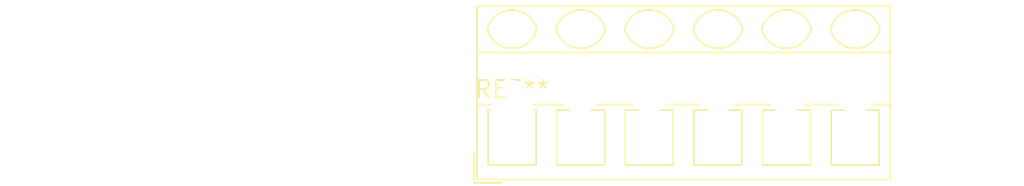
<source format=kicad_pcb>
(kicad_pcb (version 20240108) (generator pcbnew)
  (layers (0 "F.Cu" signal) (31 "B.Cu" signal) (34 "B.Paste" user) (35 "F.Paste" user) (36 "B.SilkS" user "B.Silkscreen") (37 "F.SilkS" user "F.Silkscreen") (38 "B.Mask" user) (39 "F.Mask" user) (44 "Edge.Cuts" user))
  (net 0 "")
  (footprint "TerminalBlock_MetzConnect_Type205_RT04506UBLC_1x06_P5.00mm_45Degree" (layer "F.Cu") (at 0 0)
    (property "Reference" "REF**")
    (property "Value" "TerminalBlock_MetzConnect_Type205_RT04506UBLC_1x06_P5.00mm_45Degree")
    (fp_line (start -2.8 4.56) (end -2.8 6.8) (layer "F.SilkS") (stroke (width 0.12)))
    (fp_line (start -2.8 6.8) (end -0.8 6.8) (layer "F.SilkS") (stroke (width 0.12)))
    (fp_line (start -2.56 -6.06) (end -2.56 6.56) (layer "F.SilkS") (stroke (width 0.12)))
    (fp_line (start -2.56 -6.06) (end 27.56 -6.06) (layer "F.SilkS") (stroke (width 0.12)))
    (fp_line (start -2.56 -2.7) (end 27.56 -2.7) (layer "F.SilkS") (stroke (width 0.12)))
    (fp_line (start -2.56 1.1) (end -1.59 1.1) (layer "F.SilkS") (stroke (width 0.12)))
    (fp_line (start -2.56 6.56) (end 27.56 6.56) (layer "F.SilkS") (stroke (width 0.12)))
    (fp_line (start -1.75 1.5) (end -1.75 5.5) (layer "F.SilkS") (stroke (width 0.12)))
    (fp_line (start -1.75 1.5) (end -1.59 1.5) (layer "F.SilkS") (stroke (width 0.12)))
    (fp_line (start -1.75 5.5) (end 1.75 5.5) (layer "F.SilkS") (stroke (width 0.12)))
    (fp_line (start 1.59 1.1) (end 3.744 1.1) (layer "F.SilkS") (stroke (width 0.12)))
    (fp_line (start 1.59 1.5) (end 1.75 1.5) (layer "F.SilkS") (stroke (width 0.12)))
    (fp_line (start 1.75 1.5) (end 1.75 5.5) (layer "F.SilkS") (stroke (width 0.12)))
    (fp_line (start 3.25 1.5) (end 3.25 5.5) (layer "F.SilkS") (stroke (width 0.12)))
    (fp_line (start 3.25 1.5) (end 4.216 1.5) (layer "F.SilkS") (stroke (width 0.12)))
    (fp_line (start 3.25 5.5) (end 6.75 5.5) (layer "F.SilkS") (stroke (width 0.12)))
    (fp_line (start 5.785 1.5) (end 6.75 1.5) (layer "F.SilkS") (stroke (width 0.12)))
    (fp_line (start 6.257 1.1) (end 8.744 1.1) (layer "F.SilkS") (stroke (width 0.12)))
    (fp_line (start 6.75 1.5) (end 6.75 5.5) (layer "F.SilkS") (stroke (width 0.12)))
    (fp_line (start 8.25 1.5) (end 8.25 5.5) (layer "F.SilkS") (stroke (width 0.12)))
    (fp_line (start 8.25 1.5) (end 9.216 1.5) (layer "F.SilkS") (stroke (width 0.12)))
    (fp_line (start 8.25 5.5) (end 11.75 5.5) (layer "F.SilkS") (stroke (width 0.12)))
    (fp_line (start 10.785 1.5) (end 11.75 1.5) (layer "F.SilkS") (stroke (width 0.12)))
    (fp_line (start 11.257 1.1) (end 13.744 1.1) (layer "F.SilkS") (stroke (width 0.12)))
    (fp_line (start 11.75 1.5) (end 11.75 5.5) (layer "F.SilkS") (stroke (width 0.12)))
    (fp_line (start 13.25 1.5) (end 13.25 5.5) (layer "F.SilkS") (stroke (width 0.12)))
    (fp_line (start 13.25 1.5) (end 14.216 1.5) (layer "F.SilkS") (stroke (width 0.12)))
    (fp_line (start 13.25 5.5) (end 16.75 5.5) (layer "F.SilkS") (stroke (width 0.12)))
    (fp_line (start 15.785 1.5) (end 16.75 1.5) (layer "F.SilkS") (stroke (width 0.12)))
    (fp_line (start 16.257 1.1) (end 18.744 1.1) (layer "F.SilkS") (stroke (width 0.12)))
    (fp_line (start 16.75 1.5) (end 16.75 5.5) (layer "F.SilkS") (stroke (width 0.12)))
    (fp_line (start 18.25 1.5) (end 18.25 5.5) (layer "F.SilkS") (stroke (width 0.12)))
    (fp_line (start 18.25 1.5) (end 19.216 1.5) (layer "F.SilkS") (stroke (width 0.12)))
    (fp_line (start 18.25 5.5) (end 21.75 5.5) (layer "F.SilkS") (stroke (width 0.12)))
    (fp_line (start 20.785 1.5) (end 21.75 1.5) (layer "F.SilkS") (stroke (width 0.12)))
    (fp_line (start 21.257 1.1) (end 23.744 1.1) (layer "F.SilkS") (stroke (width 0.12)))
    (fp_line (start 21.75 1.5) (end 21.75 5.5) (layer "F.SilkS") (stroke (width 0.12)))
    (fp_line (start 23.25 1.5) (end 23.25 5.5) (layer "F.SilkS") (stroke (width 0.12)))
    (fp_line (start 23.25 1.5) (end 24.216 1.5) (layer "F.SilkS") (stroke (width 0.12)))
    (fp_line (start 23.25 5.5) (end 26.75 5.5) (layer "F.SilkS") (stroke (width 0.12)))
    (fp_line (start 25.785 1.5) (end 26.75 1.5) (layer "F.SilkS") (stroke (width 0.12)))
    (fp_line (start 26.257 1.1) (end 27.56 1.1) (layer "F.SilkS") (stroke (width 0.12)))
    (fp_line (start 26.75 1.5) (end 26.75 5.5) (layer "F.SilkS") (stroke (width 0.12)))
    (fp_line (start 27.56 -6.06) (end 27.56 6.56) (layer "F.SilkS") (stroke (width 0.12)))
    (fp_arc (start -1.800846 -4.400605) (mid 0.000312 -5.801077) (end 1.801 -4.4) (layer "F.SilkS") (stroke (width 0.12)))
    (fp_arc (start 1.8 -4.4) (mid -0.000903 -3.000646) (end -1.800445 -4.401751) (layer "F.SilkS") (stroke (width 0.12)))
    (fp_arc (start 3.199154 -4.400605) (mid 5.000312 -5.801077) (end 6.801 -4.4) (layer "F.SilkS") (stroke (width 0.12)))
    (fp_arc (start 6.8 -4.4) (mid 4.999097 -3.000646) (end 3.199555 -4.401751) (layer "F.SilkS") (stroke (width 0.12)))
    (fp_arc (start 8.199154 -4.400605) (mid 10.000312 -5.801077) (end 11.801 -4.4) (layer "F.SilkS") (stroke (width 0.12)))
    (fp_arc (start 11.8 -4.4) (mid 9.999097 -3.000646) (end 8.199555 -4.401751) (layer "F.SilkS") (stroke (width 0.12)))
    (fp_arc (start 13.199154 -4.400605) (mid 15.000312 -5.801077) (end 16.801 -4.4) (layer "F.SilkS") (stroke (width 0.12)))
    (fp_arc (start 16.8 -4.4) (mid 14.999097 -3.000646) (end 13.199555 -4.401751) (layer "F.SilkS") (stroke (width 0.12)))
    (fp_arc (start 18.199154 -4.400605) (mid 20.000312 -5.801077) (end 21.801 -4.4) (layer "F.SilkS") (stroke (width 0.12)))
    (fp_arc (start 21.8 -4.4) (mid 19.999097 -3.000646) (end 18.199555 -4.401751) (layer "F.SilkS") (stroke (width 0.12)))
    (fp_arc (start 23.199154 -4.400605) (mid 25.000312 -5.801077) (end 26.801 -4.4) (layer "F.SilkS") (stroke (width 0.12)))
    (fp_arc (start 26.8 -4.4) (mid 24.999097 -3.000646) (end 23.199555 -4.401751) (layer "F.SilkS") (stroke (width 0.12)))
    (pad "1" thru_hole rect (at 0 0) (size 2.7 2.7) (drill 1.4) (layers *.Cu *.Mask) (remove_unused_layers))
    (pad "2" thru_hole circle (at 5 0) (size 2.7 2.7) (drill 1.4) (layers *.Cu *.Mask) (remove_unused_layers))
    (pad "3" thru_hole circle (at 10 0) (size 2.7 2.7) (drill 1.4) (layers *.Cu *.Mask) (remove_unused_layers))
    (pad "4" thru_hole circle (at 15 0) (size 2.7 2.7) (drill 1.4) (layers *.Cu *.Mask) (remove_unused_layers))
    (pad "5" thru_hole circle (at 20 0) (size 2.7 2.7) (drill 1.4) (layers *.Cu *.Mask) (remove_unused_layers))
    (pad "6" thru_hole circle (at 25 0) (size 2.7 2.7) (drill 1.4) (layers *.Cu *.Mask) (remove_unused_layers))
  )
)
</source>
